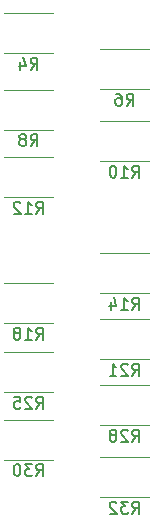
<source format=gbr>
G04 #@! TF.GenerationSoftware,KiCad,Pcbnew,(5.0.0)*
G04 #@! TF.CreationDate,2019-01-26T22:59:54-06:00*
G04 #@! TF.ProjectId,BPSVoltage,425053566F6C746167652E6B69636164,rev?*
G04 #@! TF.SameCoordinates,Original*
G04 #@! TF.FileFunction,Legend,Bot*
G04 #@! TF.FilePolarity,Positive*
%FSLAX46Y46*%
G04 Gerber Fmt 4.6, Leading zero omitted, Abs format (unit mm)*
G04 Created by KiCad (PCBNEW (5.0.0)) date 01/26/19 22:59:54*
%MOMM*%
%LPD*%
G01*
G04 APERTURE LIST*
%ADD10C,0.120000*%
%ADD11C,0.150000*%
G04 APERTURE END LIST*
D10*
G04 #@! TO.C,R4*
X175895936Y-30294000D02*
X180000064Y-30294000D01*
X175895936Y-33714000D02*
X180000064Y-33714000D01*
G04 #@! TO.C,R6*
X184023936Y-36762000D02*
X188128064Y-36762000D01*
X184023936Y-33342000D02*
X188128064Y-33342000D01*
G04 #@! TO.C,R8*
X175895936Y-36771000D02*
X180000064Y-36771000D01*
X175895936Y-40191000D02*
X180000064Y-40191000D01*
G04 #@! TO.C,R10*
X184023936Y-42858000D02*
X188128064Y-42858000D01*
X184023936Y-39438000D02*
X188128064Y-39438000D01*
G04 #@! TO.C,R12*
X175895936Y-42486000D02*
X180000064Y-42486000D01*
X175895936Y-45906000D02*
X180000064Y-45906000D01*
G04 #@! TO.C,R14*
X184023936Y-54034000D02*
X188128064Y-54034000D01*
X184023936Y-50614000D02*
X188128064Y-50614000D01*
G04 #@! TO.C,R18*
X175895936Y-53154000D02*
X180000064Y-53154000D01*
X175895936Y-56574000D02*
X180000064Y-56574000D01*
G04 #@! TO.C,R21*
X184023936Y-59622000D02*
X188128064Y-59622000D01*
X184023936Y-56202000D02*
X188128064Y-56202000D01*
G04 #@! TO.C,R25*
X175895936Y-58996000D02*
X180000064Y-58996000D01*
X175895936Y-62416000D02*
X180000064Y-62416000D01*
G04 #@! TO.C,R28*
X184023936Y-65210000D02*
X188128064Y-65210000D01*
X184023936Y-61790000D02*
X188128064Y-61790000D01*
G04 #@! TO.C,R30*
X175895936Y-64711000D02*
X180000064Y-64711000D01*
X175895936Y-68131000D02*
X180000064Y-68131000D01*
G04 #@! TO.C,R32*
X184023936Y-71306000D02*
X188128064Y-71306000D01*
X184023936Y-67886000D02*
X188128064Y-67886000D01*
G04 #@! TO.C,R4*
D11*
X178114666Y-35076380D02*
X178448000Y-34600190D01*
X178686095Y-35076380D02*
X178686095Y-34076380D01*
X178305142Y-34076380D01*
X178209904Y-34124000D01*
X178162285Y-34171619D01*
X178114666Y-34266857D01*
X178114666Y-34409714D01*
X178162285Y-34504952D01*
X178209904Y-34552571D01*
X178305142Y-34600190D01*
X178686095Y-34600190D01*
X177257523Y-34409714D02*
X177257523Y-35076380D01*
X177495619Y-34028761D02*
X177733714Y-34743047D01*
X177114666Y-34743047D01*
G04 #@! TO.C,R6*
X186242666Y-38124380D02*
X186576000Y-37648190D01*
X186814095Y-38124380D02*
X186814095Y-37124380D01*
X186433142Y-37124380D01*
X186337904Y-37172000D01*
X186290285Y-37219619D01*
X186242666Y-37314857D01*
X186242666Y-37457714D01*
X186290285Y-37552952D01*
X186337904Y-37600571D01*
X186433142Y-37648190D01*
X186814095Y-37648190D01*
X185385523Y-37124380D02*
X185576000Y-37124380D01*
X185671238Y-37172000D01*
X185718857Y-37219619D01*
X185814095Y-37362476D01*
X185861714Y-37552952D01*
X185861714Y-37933904D01*
X185814095Y-38029142D01*
X185766476Y-38076761D01*
X185671238Y-38124380D01*
X185480761Y-38124380D01*
X185385523Y-38076761D01*
X185337904Y-38029142D01*
X185290285Y-37933904D01*
X185290285Y-37695809D01*
X185337904Y-37600571D01*
X185385523Y-37552952D01*
X185480761Y-37505333D01*
X185671238Y-37505333D01*
X185766476Y-37552952D01*
X185814095Y-37600571D01*
X185861714Y-37695809D01*
G04 #@! TO.C,R8*
X178114666Y-41553380D02*
X178448000Y-41077190D01*
X178686095Y-41553380D02*
X178686095Y-40553380D01*
X178305142Y-40553380D01*
X178209904Y-40601000D01*
X178162285Y-40648619D01*
X178114666Y-40743857D01*
X178114666Y-40886714D01*
X178162285Y-40981952D01*
X178209904Y-41029571D01*
X178305142Y-41077190D01*
X178686095Y-41077190D01*
X177543238Y-40981952D02*
X177638476Y-40934333D01*
X177686095Y-40886714D01*
X177733714Y-40791476D01*
X177733714Y-40743857D01*
X177686095Y-40648619D01*
X177638476Y-40601000D01*
X177543238Y-40553380D01*
X177352761Y-40553380D01*
X177257523Y-40601000D01*
X177209904Y-40648619D01*
X177162285Y-40743857D01*
X177162285Y-40791476D01*
X177209904Y-40886714D01*
X177257523Y-40934333D01*
X177352761Y-40981952D01*
X177543238Y-40981952D01*
X177638476Y-41029571D01*
X177686095Y-41077190D01*
X177733714Y-41172428D01*
X177733714Y-41362904D01*
X177686095Y-41458142D01*
X177638476Y-41505761D01*
X177543238Y-41553380D01*
X177352761Y-41553380D01*
X177257523Y-41505761D01*
X177209904Y-41458142D01*
X177162285Y-41362904D01*
X177162285Y-41172428D01*
X177209904Y-41077190D01*
X177257523Y-41029571D01*
X177352761Y-40981952D01*
G04 #@! TO.C,R10*
X186718857Y-44220380D02*
X187052190Y-43744190D01*
X187290285Y-44220380D02*
X187290285Y-43220380D01*
X186909333Y-43220380D01*
X186814095Y-43268000D01*
X186766476Y-43315619D01*
X186718857Y-43410857D01*
X186718857Y-43553714D01*
X186766476Y-43648952D01*
X186814095Y-43696571D01*
X186909333Y-43744190D01*
X187290285Y-43744190D01*
X185766476Y-44220380D02*
X186337904Y-44220380D01*
X186052190Y-44220380D02*
X186052190Y-43220380D01*
X186147428Y-43363238D01*
X186242666Y-43458476D01*
X186337904Y-43506095D01*
X185147428Y-43220380D02*
X185052190Y-43220380D01*
X184956952Y-43268000D01*
X184909333Y-43315619D01*
X184861714Y-43410857D01*
X184814095Y-43601333D01*
X184814095Y-43839428D01*
X184861714Y-44029904D01*
X184909333Y-44125142D01*
X184956952Y-44172761D01*
X185052190Y-44220380D01*
X185147428Y-44220380D01*
X185242666Y-44172761D01*
X185290285Y-44125142D01*
X185337904Y-44029904D01*
X185385523Y-43839428D01*
X185385523Y-43601333D01*
X185337904Y-43410857D01*
X185290285Y-43315619D01*
X185242666Y-43268000D01*
X185147428Y-43220380D01*
G04 #@! TO.C,R12*
X178590857Y-47268380D02*
X178924190Y-46792190D01*
X179162285Y-47268380D02*
X179162285Y-46268380D01*
X178781333Y-46268380D01*
X178686095Y-46316000D01*
X178638476Y-46363619D01*
X178590857Y-46458857D01*
X178590857Y-46601714D01*
X178638476Y-46696952D01*
X178686095Y-46744571D01*
X178781333Y-46792190D01*
X179162285Y-46792190D01*
X177638476Y-47268380D02*
X178209904Y-47268380D01*
X177924190Y-47268380D02*
X177924190Y-46268380D01*
X178019428Y-46411238D01*
X178114666Y-46506476D01*
X178209904Y-46554095D01*
X177257523Y-46363619D02*
X177209904Y-46316000D01*
X177114666Y-46268380D01*
X176876571Y-46268380D01*
X176781333Y-46316000D01*
X176733714Y-46363619D01*
X176686095Y-46458857D01*
X176686095Y-46554095D01*
X176733714Y-46696952D01*
X177305142Y-47268380D01*
X176686095Y-47268380D01*
G04 #@! TO.C,R14*
X186718857Y-55396380D02*
X187052190Y-54920190D01*
X187290285Y-55396380D02*
X187290285Y-54396380D01*
X186909333Y-54396380D01*
X186814095Y-54444000D01*
X186766476Y-54491619D01*
X186718857Y-54586857D01*
X186718857Y-54729714D01*
X186766476Y-54824952D01*
X186814095Y-54872571D01*
X186909333Y-54920190D01*
X187290285Y-54920190D01*
X185766476Y-55396380D02*
X186337904Y-55396380D01*
X186052190Y-55396380D02*
X186052190Y-54396380D01*
X186147428Y-54539238D01*
X186242666Y-54634476D01*
X186337904Y-54682095D01*
X184909333Y-54729714D02*
X184909333Y-55396380D01*
X185147428Y-54348761D02*
X185385523Y-55063047D01*
X184766476Y-55063047D01*
G04 #@! TO.C,R18*
X178590857Y-57936380D02*
X178924190Y-57460190D01*
X179162285Y-57936380D02*
X179162285Y-56936380D01*
X178781333Y-56936380D01*
X178686095Y-56984000D01*
X178638476Y-57031619D01*
X178590857Y-57126857D01*
X178590857Y-57269714D01*
X178638476Y-57364952D01*
X178686095Y-57412571D01*
X178781333Y-57460190D01*
X179162285Y-57460190D01*
X177638476Y-57936380D02*
X178209904Y-57936380D01*
X177924190Y-57936380D02*
X177924190Y-56936380D01*
X178019428Y-57079238D01*
X178114666Y-57174476D01*
X178209904Y-57222095D01*
X177067047Y-57364952D02*
X177162285Y-57317333D01*
X177209904Y-57269714D01*
X177257523Y-57174476D01*
X177257523Y-57126857D01*
X177209904Y-57031619D01*
X177162285Y-56984000D01*
X177067047Y-56936380D01*
X176876571Y-56936380D01*
X176781333Y-56984000D01*
X176733714Y-57031619D01*
X176686095Y-57126857D01*
X176686095Y-57174476D01*
X176733714Y-57269714D01*
X176781333Y-57317333D01*
X176876571Y-57364952D01*
X177067047Y-57364952D01*
X177162285Y-57412571D01*
X177209904Y-57460190D01*
X177257523Y-57555428D01*
X177257523Y-57745904D01*
X177209904Y-57841142D01*
X177162285Y-57888761D01*
X177067047Y-57936380D01*
X176876571Y-57936380D01*
X176781333Y-57888761D01*
X176733714Y-57841142D01*
X176686095Y-57745904D01*
X176686095Y-57555428D01*
X176733714Y-57460190D01*
X176781333Y-57412571D01*
X176876571Y-57364952D01*
G04 #@! TO.C,R21*
X186718857Y-60984380D02*
X187052190Y-60508190D01*
X187290285Y-60984380D02*
X187290285Y-59984380D01*
X186909333Y-59984380D01*
X186814095Y-60032000D01*
X186766476Y-60079619D01*
X186718857Y-60174857D01*
X186718857Y-60317714D01*
X186766476Y-60412952D01*
X186814095Y-60460571D01*
X186909333Y-60508190D01*
X187290285Y-60508190D01*
X186337904Y-60079619D02*
X186290285Y-60032000D01*
X186195047Y-59984380D01*
X185956952Y-59984380D01*
X185861714Y-60032000D01*
X185814095Y-60079619D01*
X185766476Y-60174857D01*
X185766476Y-60270095D01*
X185814095Y-60412952D01*
X186385523Y-60984380D01*
X185766476Y-60984380D01*
X184814095Y-60984380D02*
X185385523Y-60984380D01*
X185099809Y-60984380D02*
X185099809Y-59984380D01*
X185195047Y-60127238D01*
X185290285Y-60222476D01*
X185385523Y-60270095D01*
G04 #@! TO.C,R25*
X178590857Y-63778380D02*
X178924190Y-63302190D01*
X179162285Y-63778380D02*
X179162285Y-62778380D01*
X178781333Y-62778380D01*
X178686095Y-62826000D01*
X178638476Y-62873619D01*
X178590857Y-62968857D01*
X178590857Y-63111714D01*
X178638476Y-63206952D01*
X178686095Y-63254571D01*
X178781333Y-63302190D01*
X179162285Y-63302190D01*
X178209904Y-62873619D02*
X178162285Y-62826000D01*
X178067047Y-62778380D01*
X177828952Y-62778380D01*
X177733714Y-62826000D01*
X177686095Y-62873619D01*
X177638476Y-62968857D01*
X177638476Y-63064095D01*
X177686095Y-63206952D01*
X178257523Y-63778380D01*
X177638476Y-63778380D01*
X176733714Y-62778380D02*
X177209904Y-62778380D01*
X177257523Y-63254571D01*
X177209904Y-63206952D01*
X177114666Y-63159333D01*
X176876571Y-63159333D01*
X176781333Y-63206952D01*
X176733714Y-63254571D01*
X176686095Y-63349809D01*
X176686095Y-63587904D01*
X176733714Y-63683142D01*
X176781333Y-63730761D01*
X176876571Y-63778380D01*
X177114666Y-63778380D01*
X177209904Y-63730761D01*
X177257523Y-63683142D01*
G04 #@! TO.C,R28*
X186718857Y-66572380D02*
X187052190Y-66096190D01*
X187290285Y-66572380D02*
X187290285Y-65572380D01*
X186909333Y-65572380D01*
X186814095Y-65620000D01*
X186766476Y-65667619D01*
X186718857Y-65762857D01*
X186718857Y-65905714D01*
X186766476Y-66000952D01*
X186814095Y-66048571D01*
X186909333Y-66096190D01*
X187290285Y-66096190D01*
X186337904Y-65667619D02*
X186290285Y-65620000D01*
X186195047Y-65572380D01*
X185956952Y-65572380D01*
X185861714Y-65620000D01*
X185814095Y-65667619D01*
X185766476Y-65762857D01*
X185766476Y-65858095D01*
X185814095Y-66000952D01*
X186385523Y-66572380D01*
X185766476Y-66572380D01*
X185195047Y-66000952D02*
X185290285Y-65953333D01*
X185337904Y-65905714D01*
X185385523Y-65810476D01*
X185385523Y-65762857D01*
X185337904Y-65667619D01*
X185290285Y-65620000D01*
X185195047Y-65572380D01*
X185004571Y-65572380D01*
X184909333Y-65620000D01*
X184861714Y-65667619D01*
X184814095Y-65762857D01*
X184814095Y-65810476D01*
X184861714Y-65905714D01*
X184909333Y-65953333D01*
X185004571Y-66000952D01*
X185195047Y-66000952D01*
X185290285Y-66048571D01*
X185337904Y-66096190D01*
X185385523Y-66191428D01*
X185385523Y-66381904D01*
X185337904Y-66477142D01*
X185290285Y-66524761D01*
X185195047Y-66572380D01*
X185004571Y-66572380D01*
X184909333Y-66524761D01*
X184861714Y-66477142D01*
X184814095Y-66381904D01*
X184814095Y-66191428D01*
X184861714Y-66096190D01*
X184909333Y-66048571D01*
X185004571Y-66000952D01*
G04 #@! TO.C,R30*
X178590857Y-69493380D02*
X178924190Y-69017190D01*
X179162285Y-69493380D02*
X179162285Y-68493380D01*
X178781333Y-68493380D01*
X178686095Y-68541000D01*
X178638476Y-68588619D01*
X178590857Y-68683857D01*
X178590857Y-68826714D01*
X178638476Y-68921952D01*
X178686095Y-68969571D01*
X178781333Y-69017190D01*
X179162285Y-69017190D01*
X178257523Y-68493380D02*
X177638476Y-68493380D01*
X177971809Y-68874333D01*
X177828952Y-68874333D01*
X177733714Y-68921952D01*
X177686095Y-68969571D01*
X177638476Y-69064809D01*
X177638476Y-69302904D01*
X177686095Y-69398142D01*
X177733714Y-69445761D01*
X177828952Y-69493380D01*
X178114666Y-69493380D01*
X178209904Y-69445761D01*
X178257523Y-69398142D01*
X177019428Y-68493380D02*
X176924190Y-68493380D01*
X176828952Y-68541000D01*
X176781333Y-68588619D01*
X176733714Y-68683857D01*
X176686095Y-68874333D01*
X176686095Y-69112428D01*
X176733714Y-69302904D01*
X176781333Y-69398142D01*
X176828952Y-69445761D01*
X176924190Y-69493380D01*
X177019428Y-69493380D01*
X177114666Y-69445761D01*
X177162285Y-69398142D01*
X177209904Y-69302904D01*
X177257523Y-69112428D01*
X177257523Y-68874333D01*
X177209904Y-68683857D01*
X177162285Y-68588619D01*
X177114666Y-68541000D01*
X177019428Y-68493380D01*
G04 #@! TO.C,R32*
X186718857Y-72668380D02*
X187052190Y-72192190D01*
X187290285Y-72668380D02*
X187290285Y-71668380D01*
X186909333Y-71668380D01*
X186814095Y-71716000D01*
X186766476Y-71763619D01*
X186718857Y-71858857D01*
X186718857Y-72001714D01*
X186766476Y-72096952D01*
X186814095Y-72144571D01*
X186909333Y-72192190D01*
X187290285Y-72192190D01*
X186385523Y-71668380D02*
X185766476Y-71668380D01*
X186099809Y-72049333D01*
X185956952Y-72049333D01*
X185861714Y-72096952D01*
X185814095Y-72144571D01*
X185766476Y-72239809D01*
X185766476Y-72477904D01*
X185814095Y-72573142D01*
X185861714Y-72620761D01*
X185956952Y-72668380D01*
X186242666Y-72668380D01*
X186337904Y-72620761D01*
X186385523Y-72573142D01*
X185385523Y-71763619D02*
X185337904Y-71716000D01*
X185242666Y-71668380D01*
X185004571Y-71668380D01*
X184909333Y-71716000D01*
X184861714Y-71763619D01*
X184814095Y-71858857D01*
X184814095Y-71954095D01*
X184861714Y-72096952D01*
X185433142Y-72668380D01*
X184814095Y-72668380D01*
G04 #@! TD*
M02*

</source>
